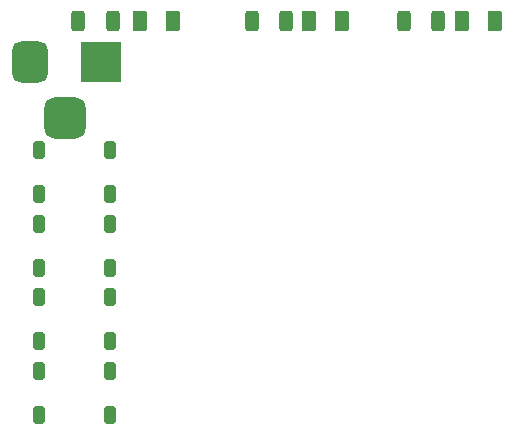
<source format=gbr>
%TF.GenerationSoftware,KiCad,Pcbnew,7.0.8*%
%TF.CreationDate,2023-11-29T21:04:09-06:00*%
%TF.ProjectId,Clock1_v2,436c6f63-6b31-45f7-9632-2e6b69636164,rev?*%
%TF.SameCoordinates,Original*%
%TF.FileFunction,Soldermask,Bot*%
%TF.FilePolarity,Negative*%
%FSLAX46Y46*%
G04 Gerber Fmt 4.6, Leading zero omitted, Abs format (unit mm)*
G04 Created by KiCad (PCBNEW 7.0.8) date 2023-11-29 21:04:09*
%MOMM*%
%LPD*%
G01*
G04 APERTURE LIST*
G04 Aperture macros list*
%AMRoundRect*
0 Rectangle with rounded corners*
0 $1 Rounding radius*
0 $2 $3 $4 $5 $6 $7 $8 $9 X,Y pos of 4 corners*
0 Add a 4 corners polygon primitive as box body*
4,1,4,$2,$3,$4,$5,$6,$7,$8,$9,$2,$3,0*
0 Add four circle primitives for the rounded corners*
1,1,$1+$1,$2,$3*
1,1,$1+$1,$4,$5*
1,1,$1+$1,$6,$7*
1,1,$1+$1,$8,$9*
0 Add four rect primitives between the rounded corners*
20,1,$1+$1,$2,$3,$4,$5,0*
20,1,$1+$1,$4,$5,$6,$7,0*
20,1,$1+$1,$6,$7,$8,$9,0*
20,1,$1+$1,$8,$9,$2,$3,0*%
G04 Aperture macros list end*
%ADD10R,3.500000X3.500000*%
%ADD11RoundRect,0.750000X-0.750000X-1.000000X0.750000X-1.000000X0.750000X1.000000X-0.750000X1.000000X0*%
%ADD12RoundRect,0.875000X-0.875000X-0.875000X0.875000X-0.875000X0.875000X0.875000X-0.875000X0.875000X0*%
%ADD13RoundRect,0.250000X0.312500X0.625000X-0.312500X0.625000X-0.312500X-0.625000X0.312500X-0.625000X0*%
%ADD14RoundRect,0.250000X0.375000X0.625000X-0.375000X0.625000X-0.375000X-0.625000X0.375000X-0.625000X0*%
%ADD15RoundRect,0.250000X0.250000X0.512000X-0.250000X0.512000X-0.250000X-0.512000X0.250000X-0.512000X0*%
G04 APERTURE END LIST*
D10*
%TO.C,J1*%
X109700000Y-85100000D03*
D11*
X103700000Y-85100000D03*
D12*
X106700000Y-89800000D03*
%TD*%
D13*
%TO.C,R10*%
X138262500Y-81600000D03*
X135337500Y-81600000D03*
%TD*%
D14*
%TO.C,D6*%
X130100000Y-81600000D03*
X127300000Y-81600000D03*
%TD*%
D15*
%TO.C,SW3*%
X110475000Y-92578000D03*
X104475000Y-92578000D03*
X110475000Y-96278000D03*
X104475000Y-96278000D03*
%TD*%
%TO.C,SW6*%
X110475000Y-111250000D03*
X104475000Y-111250000D03*
X110475000Y-114950000D03*
X104475000Y-114950000D03*
%TD*%
%TO.C,SW5*%
X110475000Y-105026000D03*
X104475000Y-105026000D03*
X110475000Y-108726000D03*
X104475000Y-108726000D03*
%TD*%
D14*
%TO.C,D5*%
X143100000Y-81600000D03*
X140300000Y-81600000D03*
%TD*%
D13*
%TO.C,R9*%
X110700000Y-81600000D03*
X107775000Y-81600000D03*
%TD*%
D15*
%TO.C,SW4*%
X110475000Y-98802000D03*
X104475000Y-98802000D03*
X110475000Y-102502000D03*
X104475000Y-102502000D03*
%TD*%
D14*
%TO.C,D4*%
X115800000Y-81600000D03*
X113000000Y-81600000D03*
%TD*%
D13*
%TO.C,R11*%
X125400000Y-81600000D03*
X122475000Y-81600000D03*
%TD*%
M02*

</source>
